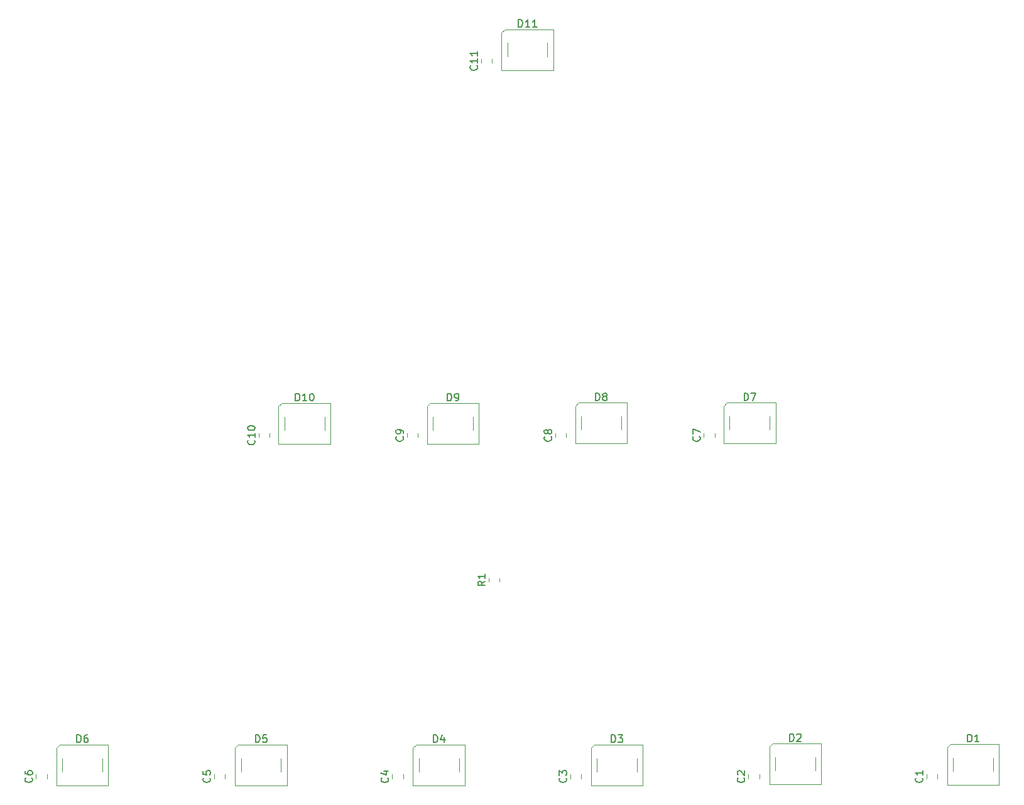
<source format=gbr>
%TF.GenerationSoftware,KiCad,Pcbnew,9.0.6*%
%TF.CreationDate,2025-11-19T18:33:24-08:00*%
%TF.ProjectId,pyramid_clock,70797261-6d69-4645-9f63-6c6f636b2e6b,rev?*%
%TF.SameCoordinates,Original*%
%TF.FileFunction,Legend,Top*%
%TF.FilePolarity,Positive*%
%FSLAX46Y46*%
G04 Gerber Fmt 4.6, Leading zero omitted, Abs format (unit mm)*
G04 Created by KiCad (PCBNEW 9.0.6) date 2025-11-19 18:33:24*
%MOMM*%
%LPD*%
G01*
G04 APERTURE LIST*
%ADD10C,0.150000*%
%ADD11C,0.120000*%
G04 APERTURE END LIST*
D10*
X160193024Y-81310524D02*
X160193024Y-80310524D01*
X160193024Y-80310524D02*
X160431119Y-80310524D01*
X160431119Y-80310524D02*
X160573976Y-80358143D01*
X160573976Y-80358143D02*
X160669214Y-80453381D01*
X160669214Y-80453381D02*
X160716833Y-80548619D01*
X160716833Y-80548619D02*
X160764452Y-80739095D01*
X160764452Y-80739095D02*
X160764452Y-80881952D01*
X160764452Y-80881952D02*
X160716833Y-81072428D01*
X160716833Y-81072428D02*
X160669214Y-81167666D01*
X160669214Y-81167666D02*
X160573976Y-81262905D01*
X160573976Y-81262905D02*
X160431119Y-81310524D01*
X160431119Y-81310524D02*
X160193024Y-81310524D01*
X161335881Y-80739095D02*
X161240643Y-80691476D01*
X161240643Y-80691476D02*
X161193024Y-80643857D01*
X161193024Y-80643857D02*
X161145405Y-80548619D01*
X161145405Y-80548619D02*
X161145405Y-80501000D01*
X161145405Y-80501000D02*
X161193024Y-80405762D01*
X161193024Y-80405762D02*
X161240643Y-80358143D01*
X161240643Y-80358143D02*
X161335881Y-80310524D01*
X161335881Y-80310524D02*
X161526357Y-80310524D01*
X161526357Y-80310524D02*
X161621595Y-80358143D01*
X161621595Y-80358143D02*
X161669214Y-80405762D01*
X161669214Y-80405762D02*
X161716833Y-80501000D01*
X161716833Y-80501000D02*
X161716833Y-80548619D01*
X161716833Y-80548619D02*
X161669214Y-80643857D01*
X161669214Y-80643857D02*
X161621595Y-80691476D01*
X161621595Y-80691476D02*
X161526357Y-80739095D01*
X161526357Y-80739095D02*
X161335881Y-80739095D01*
X161335881Y-80739095D02*
X161240643Y-80786714D01*
X161240643Y-80786714D02*
X161193024Y-80834333D01*
X161193024Y-80834333D02*
X161145405Y-80929571D01*
X161145405Y-80929571D02*
X161145405Y-81120047D01*
X161145405Y-81120047D02*
X161193024Y-81215285D01*
X161193024Y-81215285D02*
X161240643Y-81262905D01*
X161240643Y-81262905D02*
X161335881Y-81310524D01*
X161335881Y-81310524D02*
X161526357Y-81310524D01*
X161526357Y-81310524D02*
X161621595Y-81262905D01*
X161621595Y-81262905D02*
X161669214Y-81215285D01*
X161669214Y-81215285D02*
X161716833Y-81120047D01*
X161716833Y-81120047D02*
X161716833Y-80929571D01*
X161716833Y-80929571D02*
X161669214Y-80834333D01*
X161669214Y-80834333D02*
X161621595Y-80786714D01*
X161621595Y-80786714D02*
X161526357Y-80739095D01*
X138330569Y-127405808D02*
X138330569Y-126405808D01*
X138330569Y-126405808D02*
X138568664Y-126405808D01*
X138568664Y-126405808D02*
X138711521Y-126453427D01*
X138711521Y-126453427D02*
X138806759Y-126548665D01*
X138806759Y-126548665D02*
X138854378Y-126643903D01*
X138854378Y-126643903D02*
X138901997Y-126834379D01*
X138901997Y-126834379D02*
X138901997Y-126977236D01*
X138901997Y-126977236D02*
X138854378Y-127167712D01*
X138854378Y-127167712D02*
X138806759Y-127262950D01*
X138806759Y-127262950D02*
X138711521Y-127358189D01*
X138711521Y-127358189D02*
X138568664Y-127405808D01*
X138568664Y-127405808D02*
X138330569Y-127405808D01*
X139759140Y-126739141D02*
X139759140Y-127405808D01*
X139521045Y-126358189D02*
X139282950Y-127072474D01*
X139282950Y-127072474D02*
X139901997Y-127072474D01*
X84179581Y-132166666D02*
X84227201Y-132214285D01*
X84227201Y-132214285D02*
X84274820Y-132357142D01*
X84274820Y-132357142D02*
X84274820Y-132452380D01*
X84274820Y-132452380D02*
X84227201Y-132595237D01*
X84227201Y-132595237D02*
X84131962Y-132690475D01*
X84131962Y-132690475D02*
X84036724Y-132738094D01*
X84036724Y-132738094D02*
X83846248Y-132785713D01*
X83846248Y-132785713D02*
X83703391Y-132785713D01*
X83703391Y-132785713D02*
X83512915Y-132738094D01*
X83512915Y-132738094D02*
X83417677Y-132690475D01*
X83417677Y-132690475D02*
X83322439Y-132595237D01*
X83322439Y-132595237D02*
X83274820Y-132452380D01*
X83274820Y-132452380D02*
X83274820Y-132357142D01*
X83274820Y-132357142D02*
X83322439Y-132214285D01*
X83322439Y-132214285D02*
X83370058Y-132166666D01*
X83274820Y-131309523D02*
X83274820Y-131499999D01*
X83274820Y-131499999D02*
X83322439Y-131595237D01*
X83322439Y-131595237D02*
X83370058Y-131642856D01*
X83370058Y-131642856D02*
X83512915Y-131738094D01*
X83512915Y-131738094D02*
X83703391Y-131785713D01*
X83703391Y-131785713D02*
X84084343Y-131785713D01*
X84084343Y-131785713D02*
X84179581Y-131738094D01*
X84179581Y-131738094D02*
X84227201Y-131690475D01*
X84227201Y-131690475D02*
X84274820Y-131595237D01*
X84274820Y-131595237D02*
X84274820Y-131404761D01*
X84274820Y-131404761D02*
X84227201Y-131309523D01*
X84227201Y-131309523D02*
X84179581Y-131261904D01*
X84179581Y-131261904D02*
X84084343Y-131214285D01*
X84084343Y-131214285D02*
X83846248Y-131214285D01*
X83846248Y-131214285D02*
X83751010Y-131261904D01*
X83751010Y-131261904D02*
X83703391Y-131309523D01*
X83703391Y-131309523D02*
X83655772Y-131404761D01*
X83655772Y-131404761D02*
X83655772Y-131595237D01*
X83655772Y-131595237D02*
X83703391Y-131690475D01*
X83703391Y-131690475D02*
X83751010Y-131738094D01*
X83751010Y-131738094D02*
X83846248Y-131785713D01*
X132179581Y-132166666D02*
X132227201Y-132214285D01*
X132227201Y-132214285D02*
X132274820Y-132357142D01*
X132274820Y-132357142D02*
X132274820Y-132452380D01*
X132274820Y-132452380D02*
X132227201Y-132595237D01*
X132227201Y-132595237D02*
X132131962Y-132690475D01*
X132131962Y-132690475D02*
X132036724Y-132738094D01*
X132036724Y-132738094D02*
X131846248Y-132785713D01*
X131846248Y-132785713D02*
X131703391Y-132785713D01*
X131703391Y-132785713D02*
X131512915Y-132738094D01*
X131512915Y-132738094D02*
X131417677Y-132690475D01*
X131417677Y-132690475D02*
X131322439Y-132595237D01*
X131322439Y-132595237D02*
X131274820Y-132452380D01*
X131274820Y-132452380D02*
X131274820Y-132357142D01*
X131274820Y-132357142D02*
X131322439Y-132214285D01*
X131322439Y-132214285D02*
X131370058Y-132166666D01*
X131608153Y-131309523D02*
X132274820Y-131309523D01*
X131227201Y-131547618D02*
X131941486Y-131785713D01*
X131941486Y-131785713D02*
X131941486Y-131166666D01*
X114355152Y-127405808D02*
X114355152Y-126405808D01*
X114355152Y-126405808D02*
X114593247Y-126405808D01*
X114593247Y-126405808D02*
X114736104Y-126453427D01*
X114736104Y-126453427D02*
X114831342Y-126548665D01*
X114831342Y-126548665D02*
X114878961Y-126643903D01*
X114878961Y-126643903D02*
X114926580Y-126834379D01*
X114926580Y-126834379D02*
X114926580Y-126977236D01*
X114926580Y-126977236D02*
X114878961Y-127167712D01*
X114878961Y-127167712D02*
X114831342Y-127262950D01*
X114831342Y-127262950D02*
X114736104Y-127358189D01*
X114736104Y-127358189D02*
X114593247Y-127405808D01*
X114593247Y-127405808D02*
X114355152Y-127405808D01*
X115831342Y-126405808D02*
X115355152Y-126405808D01*
X115355152Y-126405808D02*
X115307533Y-126881998D01*
X115307533Y-126881998D02*
X115355152Y-126834379D01*
X115355152Y-126834379D02*
X115450390Y-126786760D01*
X115450390Y-126786760D02*
X115688485Y-126786760D01*
X115688485Y-126786760D02*
X115783723Y-126834379D01*
X115783723Y-126834379D02*
X115831342Y-126881998D01*
X115831342Y-126881998D02*
X115878961Y-126977236D01*
X115878961Y-126977236D02*
X115878961Y-127215331D01*
X115878961Y-127215331D02*
X115831342Y-127310569D01*
X115831342Y-127310569D02*
X115783723Y-127358189D01*
X115783723Y-127358189D02*
X115688485Y-127405808D01*
X115688485Y-127405808D02*
X115450390Y-127405808D01*
X115450390Y-127405808D02*
X115355152Y-127358189D01*
X115355152Y-127358189D02*
X115307533Y-127310569D01*
X119735714Y-81354819D02*
X119735714Y-80354819D01*
X119735714Y-80354819D02*
X119973809Y-80354819D01*
X119973809Y-80354819D02*
X120116666Y-80402438D01*
X120116666Y-80402438D02*
X120211904Y-80497676D01*
X120211904Y-80497676D02*
X120259523Y-80592914D01*
X120259523Y-80592914D02*
X120307142Y-80783390D01*
X120307142Y-80783390D02*
X120307142Y-80926247D01*
X120307142Y-80926247D02*
X120259523Y-81116723D01*
X120259523Y-81116723D02*
X120211904Y-81211961D01*
X120211904Y-81211961D02*
X120116666Y-81307200D01*
X120116666Y-81307200D02*
X119973809Y-81354819D01*
X119973809Y-81354819D02*
X119735714Y-81354819D01*
X121259523Y-81354819D02*
X120688095Y-81354819D01*
X120973809Y-81354819D02*
X120973809Y-80354819D01*
X120973809Y-80354819D02*
X120878571Y-80497676D01*
X120878571Y-80497676D02*
X120783333Y-80592914D01*
X120783333Y-80592914D02*
X120688095Y-80640533D01*
X121878571Y-80354819D02*
X121973809Y-80354819D01*
X121973809Y-80354819D02*
X122069047Y-80402438D01*
X122069047Y-80402438D02*
X122116666Y-80450057D01*
X122116666Y-80450057D02*
X122164285Y-80545295D01*
X122164285Y-80545295D02*
X122211904Y-80735771D01*
X122211904Y-80735771D02*
X122211904Y-80973866D01*
X122211904Y-80973866D02*
X122164285Y-81164342D01*
X122164285Y-81164342D02*
X122116666Y-81259580D01*
X122116666Y-81259580D02*
X122069047Y-81307200D01*
X122069047Y-81307200D02*
X121973809Y-81354819D01*
X121973809Y-81354819D02*
X121878571Y-81354819D01*
X121878571Y-81354819D02*
X121783333Y-81307200D01*
X121783333Y-81307200D02*
X121735714Y-81259580D01*
X121735714Y-81259580D02*
X121688095Y-81164342D01*
X121688095Y-81164342D02*
X121640476Y-80973866D01*
X121640476Y-80973866D02*
X121640476Y-80735771D01*
X121640476Y-80735771D02*
X121688095Y-80545295D01*
X121688095Y-80545295D02*
X121735714Y-80450057D01*
X121735714Y-80450057D02*
X121783333Y-80402438D01*
X121783333Y-80402438D02*
X121878571Y-80354819D01*
X144179581Y-36142857D02*
X144227201Y-36190476D01*
X144227201Y-36190476D02*
X144274820Y-36333333D01*
X144274820Y-36333333D02*
X144274820Y-36428571D01*
X144274820Y-36428571D02*
X144227201Y-36571428D01*
X144227201Y-36571428D02*
X144131962Y-36666666D01*
X144131962Y-36666666D02*
X144036724Y-36714285D01*
X144036724Y-36714285D02*
X143846248Y-36761904D01*
X143846248Y-36761904D02*
X143703391Y-36761904D01*
X143703391Y-36761904D02*
X143512915Y-36714285D01*
X143512915Y-36714285D02*
X143417677Y-36666666D01*
X143417677Y-36666666D02*
X143322439Y-36571428D01*
X143322439Y-36571428D02*
X143274820Y-36428571D01*
X143274820Y-36428571D02*
X143274820Y-36333333D01*
X143274820Y-36333333D02*
X143322439Y-36190476D01*
X143322439Y-36190476D02*
X143370058Y-36142857D01*
X144274820Y-35190476D02*
X144274820Y-35761904D01*
X144274820Y-35476190D02*
X143274820Y-35476190D01*
X143274820Y-35476190D02*
X143417677Y-35571428D01*
X143417677Y-35571428D02*
X143512915Y-35666666D01*
X143512915Y-35666666D02*
X143560534Y-35761904D01*
X144274820Y-34238095D02*
X144274820Y-34809523D01*
X144274820Y-34523809D02*
X143274820Y-34523809D01*
X143274820Y-34523809D02*
X143417677Y-34619047D01*
X143417677Y-34619047D02*
X143512915Y-34714285D01*
X143512915Y-34714285D02*
X143560534Y-34809523D01*
X134179581Y-86166666D02*
X134227201Y-86214285D01*
X134227201Y-86214285D02*
X134274820Y-86357142D01*
X134274820Y-86357142D02*
X134274820Y-86452380D01*
X134274820Y-86452380D02*
X134227201Y-86595237D01*
X134227201Y-86595237D02*
X134131962Y-86690475D01*
X134131962Y-86690475D02*
X134036724Y-86738094D01*
X134036724Y-86738094D02*
X133846248Y-86785713D01*
X133846248Y-86785713D02*
X133703391Y-86785713D01*
X133703391Y-86785713D02*
X133512915Y-86738094D01*
X133512915Y-86738094D02*
X133417677Y-86690475D01*
X133417677Y-86690475D02*
X133322439Y-86595237D01*
X133322439Y-86595237D02*
X133274820Y-86452380D01*
X133274820Y-86452380D02*
X133274820Y-86357142D01*
X133274820Y-86357142D02*
X133322439Y-86214285D01*
X133322439Y-86214285D02*
X133370058Y-86166666D01*
X134274820Y-85690475D02*
X134274820Y-85499999D01*
X134274820Y-85499999D02*
X134227201Y-85404761D01*
X134227201Y-85404761D02*
X134179581Y-85357142D01*
X134179581Y-85357142D02*
X134036724Y-85261904D01*
X134036724Y-85261904D02*
X133846248Y-85214285D01*
X133846248Y-85214285D02*
X133465296Y-85214285D01*
X133465296Y-85214285D02*
X133370058Y-85261904D01*
X133370058Y-85261904D02*
X133322439Y-85309523D01*
X133322439Y-85309523D02*
X133274820Y-85404761D01*
X133274820Y-85404761D02*
X133274820Y-85595237D01*
X133274820Y-85595237D02*
X133322439Y-85690475D01*
X133322439Y-85690475D02*
X133370058Y-85738094D01*
X133370058Y-85738094D02*
X133465296Y-85785713D01*
X133465296Y-85785713D02*
X133703391Y-85785713D01*
X133703391Y-85785713D02*
X133798629Y-85738094D01*
X133798629Y-85738094D02*
X133846248Y-85690475D01*
X133846248Y-85690475D02*
X133893867Y-85595237D01*
X133893867Y-85595237D02*
X133893867Y-85404761D01*
X133893867Y-85404761D02*
X133846248Y-85309523D01*
X133846248Y-85309523D02*
X133798629Y-85261904D01*
X133798629Y-85261904D02*
X133703391Y-85214285D01*
X114179581Y-86642857D02*
X114227201Y-86690476D01*
X114227201Y-86690476D02*
X114274820Y-86833333D01*
X114274820Y-86833333D02*
X114274820Y-86928571D01*
X114274820Y-86928571D02*
X114227201Y-87071428D01*
X114227201Y-87071428D02*
X114131962Y-87166666D01*
X114131962Y-87166666D02*
X114036724Y-87214285D01*
X114036724Y-87214285D02*
X113846248Y-87261904D01*
X113846248Y-87261904D02*
X113703391Y-87261904D01*
X113703391Y-87261904D02*
X113512915Y-87214285D01*
X113512915Y-87214285D02*
X113417677Y-87166666D01*
X113417677Y-87166666D02*
X113322439Y-87071428D01*
X113322439Y-87071428D02*
X113274820Y-86928571D01*
X113274820Y-86928571D02*
X113274820Y-86833333D01*
X113274820Y-86833333D02*
X113322439Y-86690476D01*
X113322439Y-86690476D02*
X113370058Y-86642857D01*
X114274820Y-85690476D02*
X114274820Y-86261904D01*
X114274820Y-85976190D02*
X113274820Y-85976190D01*
X113274820Y-85976190D02*
X113417677Y-86071428D01*
X113417677Y-86071428D02*
X113512915Y-86166666D01*
X113512915Y-86166666D02*
X113560534Y-86261904D01*
X113274820Y-85071428D02*
X113274820Y-84976190D01*
X113274820Y-84976190D02*
X113322439Y-84880952D01*
X113322439Y-84880952D02*
X113370058Y-84833333D01*
X113370058Y-84833333D02*
X113465296Y-84785714D01*
X113465296Y-84785714D02*
X113655772Y-84738095D01*
X113655772Y-84738095D02*
X113893867Y-84738095D01*
X113893867Y-84738095D02*
X114084343Y-84785714D01*
X114084343Y-84785714D02*
X114179581Y-84833333D01*
X114179581Y-84833333D02*
X114227201Y-84880952D01*
X114227201Y-84880952D02*
X114274820Y-84976190D01*
X114274820Y-84976190D02*
X114274820Y-85071428D01*
X114274820Y-85071428D02*
X114227201Y-85166666D01*
X114227201Y-85166666D02*
X114179581Y-85214285D01*
X114179581Y-85214285D02*
X114084343Y-85261904D01*
X114084343Y-85261904D02*
X113893867Y-85309523D01*
X113893867Y-85309523D02*
X113655772Y-85309523D01*
X113655772Y-85309523D02*
X113465296Y-85261904D01*
X113465296Y-85261904D02*
X113370058Y-85214285D01*
X113370058Y-85214285D02*
X113322439Y-85166666D01*
X113322439Y-85166666D02*
X113274820Y-85071428D01*
X156179581Y-132166666D02*
X156227201Y-132214285D01*
X156227201Y-132214285D02*
X156274820Y-132357142D01*
X156274820Y-132357142D02*
X156274820Y-132452380D01*
X156274820Y-132452380D02*
X156227201Y-132595237D01*
X156227201Y-132595237D02*
X156131962Y-132690475D01*
X156131962Y-132690475D02*
X156036724Y-132738094D01*
X156036724Y-132738094D02*
X155846248Y-132785713D01*
X155846248Y-132785713D02*
X155703391Y-132785713D01*
X155703391Y-132785713D02*
X155512915Y-132738094D01*
X155512915Y-132738094D02*
X155417677Y-132690475D01*
X155417677Y-132690475D02*
X155322439Y-132595237D01*
X155322439Y-132595237D02*
X155274820Y-132452380D01*
X155274820Y-132452380D02*
X155274820Y-132357142D01*
X155274820Y-132357142D02*
X155322439Y-132214285D01*
X155322439Y-132214285D02*
X155370058Y-132166666D01*
X155274820Y-131833332D02*
X155274820Y-131214285D01*
X155274820Y-131214285D02*
X155655772Y-131547618D01*
X155655772Y-131547618D02*
X155655772Y-131404761D01*
X155655772Y-131404761D02*
X155703391Y-131309523D01*
X155703391Y-131309523D02*
X155751010Y-131261904D01*
X155751010Y-131261904D02*
X155846248Y-131214285D01*
X155846248Y-131214285D02*
X156084343Y-131214285D01*
X156084343Y-131214285D02*
X156179581Y-131261904D01*
X156179581Y-131261904D02*
X156227201Y-131309523D01*
X156227201Y-131309523D02*
X156274820Y-131404761D01*
X156274820Y-131404761D02*
X156274820Y-131690475D01*
X156274820Y-131690475D02*
X156227201Y-131785713D01*
X156227201Y-131785713D02*
X156179581Y-131833332D01*
X162305987Y-127405808D02*
X162305987Y-126405808D01*
X162305987Y-126405808D02*
X162544082Y-126405808D01*
X162544082Y-126405808D02*
X162686939Y-126453427D01*
X162686939Y-126453427D02*
X162782177Y-126548665D01*
X162782177Y-126548665D02*
X162829796Y-126643903D01*
X162829796Y-126643903D02*
X162877415Y-126834379D01*
X162877415Y-126834379D02*
X162877415Y-126977236D01*
X162877415Y-126977236D02*
X162829796Y-127167712D01*
X162829796Y-127167712D02*
X162782177Y-127262950D01*
X162782177Y-127262950D02*
X162686939Y-127358189D01*
X162686939Y-127358189D02*
X162544082Y-127405808D01*
X162544082Y-127405808D02*
X162305987Y-127405808D01*
X163210749Y-126405808D02*
X163829796Y-126405808D01*
X163829796Y-126405808D02*
X163496463Y-126786760D01*
X163496463Y-126786760D02*
X163639320Y-126786760D01*
X163639320Y-126786760D02*
X163734558Y-126834379D01*
X163734558Y-126834379D02*
X163782177Y-126881998D01*
X163782177Y-126881998D02*
X163829796Y-126977236D01*
X163829796Y-126977236D02*
X163829796Y-127215331D01*
X163829796Y-127215331D02*
X163782177Y-127310569D01*
X163782177Y-127310569D02*
X163734558Y-127358189D01*
X163734558Y-127358189D02*
X163639320Y-127405808D01*
X163639320Y-127405808D02*
X163353606Y-127405808D01*
X163353606Y-127405808D02*
X163258368Y-127358189D01*
X163258368Y-127358189D02*
X163210749Y-127310569D01*
X180179581Y-132166666D02*
X180227201Y-132214285D01*
X180227201Y-132214285D02*
X180274820Y-132357142D01*
X180274820Y-132357142D02*
X180274820Y-132452380D01*
X180274820Y-132452380D02*
X180227201Y-132595237D01*
X180227201Y-132595237D02*
X180131962Y-132690475D01*
X180131962Y-132690475D02*
X180036724Y-132738094D01*
X180036724Y-132738094D02*
X179846248Y-132785713D01*
X179846248Y-132785713D02*
X179703391Y-132785713D01*
X179703391Y-132785713D02*
X179512915Y-132738094D01*
X179512915Y-132738094D02*
X179417677Y-132690475D01*
X179417677Y-132690475D02*
X179322439Y-132595237D01*
X179322439Y-132595237D02*
X179274820Y-132452380D01*
X179274820Y-132452380D02*
X179274820Y-132357142D01*
X179274820Y-132357142D02*
X179322439Y-132214285D01*
X179322439Y-132214285D02*
X179370058Y-132166666D01*
X179370058Y-131785713D02*
X179322439Y-131738094D01*
X179322439Y-131738094D02*
X179274820Y-131642856D01*
X179274820Y-131642856D02*
X179274820Y-131404761D01*
X179274820Y-131404761D02*
X179322439Y-131309523D01*
X179322439Y-131309523D02*
X179370058Y-131261904D01*
X179370058Y-131261904D02*
X179465296Y-131214285D01*
X179465296Y-131214285D02*
X179560534Y-131214285D01*
X179560534Y-131214285D02*
X179703391Y-131261904D01*
X179703391Y-131261904D02*
X180274820Y-131833332D01*
X180274820Y-131833332D02*
X180274820Y-131214285D01*
X149785714Y-30954819D02*
X149785714Y-29954819D01*
X149785714Y-29954819D02*
X150023809Y-29954819D01*
X150023809Y-29954819D02*
X150166666Y-30002438D01*
X150166666Y-30002438D02*
X150261904Y-30097676D01*
X150261904Y-30097676D02*
X150309523Y-30192914D01*
X150309523Y-30192914D02*
X150357142Y-30383390D01*
X150357142Y-30383390D02*
X150357142Y-30526247D01*
X150357142Y-30526247D02*
X150309523Y-30716723D01*
X150309523Y-30716723D02*
X150261904Y-30811961D01*
X150261904Y-30811961D02*
X150166666Y-30907200D01*
X150166666Y-30907200D02*
X150023809Y-30954819D01*
X150023809Y-30954819D02*
X149785714Y-30954819D01*
X151309523Y-30954819D02*
X150738095Y-30954819D01*
X151023809Y-30954819D02*
X151023809Y-29954819D01*
X151023809Y-29954819D02*
X150928571Y-30097676D01*
X150928571Y-30097676D02*
X150833333Y-30192914D01*
X150833333Y-30192914D02*
X150738095Y-30240533D01*
X152261904Y-30954819D02*
X151690476Y-30954819D01*
X151976190Y-30954819D02*
X151976190Y-29954819D01*
X151976190Y-29954819D02*
X151880952Y-30097676D01*
X151880952Y-30097676D02*
X151785714Y-30192914D01*
X151785714Y-30192914D02*
X151690476Y-30240533D01*
X204179581Y-132166666D02*
X204227201Y-132214285D01*
X204227201Y-132214285D02*
X204274820Y-132357142D01*
X204274820Y-132357142D02*
X204274820Y-132452380D01*
X204274820Y-132452380D02*
X204227201Y-132595237D01*
X204227201Y-132595237D02*
X204131962Y-132690475D01*
X204131962Y-132690475D02*
X204036724Y-132738094D01*
X204036724Y-132738094D02*
X203846248Y-132785713D01*
X203846248Y-132785713D02*
X203703391Y-132785713D01*
X203703391Y-132785713D02*
X203512915Y-132738094D01*
X203512915Y-132738094D02*
X203417677Y-132690475D01*
X203417677Y-132690475D02*
X203322439Y-132595237D01*
X203322439Y-132595237D02*
X203274820Y-132452380D01*
X203274820Y-132452380D02*
X203274820Y-132357142D01*
X203274820Y-132357142D02*
X203322439Y-132214285D01*
X203322439Y-132214285D02*
X203370058Y-132166666D01*
X204274820Y-131214285D02*
X204274820Y-131785713D01*
X204274820Y-131499999D02*
X203274820Y-131499999D01*
X203274820Y-131499999D02*
X203417677Y-131595237D01*
X203417677Y-131595237D02*
X203512915Y-131690475D01*
X203512915Y-131690475D02*
X203560534Y-131785713D01*
X210328391Y-127334240D02*
X210328391Y-126334240D01*
X210328391Y-126334240D02*
X210566486Y-126334240D01*
X210566486Y-126334240D02*
X210709343Y-126381859D01*
X210709343Y-126381859D02*
X210804581Y-126477097D01*
X210804581Y-126477097D02*
X210852200Y-126572335D01*
X210852200Y-126572335D02*
X210899819Y-126762811D01*
X210899819Y-126762811D02*
X210899819Y-126905668D01*
X210899819Y-126905668D02*
X210852200Y-127096144D01*
X210852200Y-127096144D02*
X210804581Y-127191382D01*
X210804581Y-127191382D02*
X210709343Y-127286621D01*
X210709343Y-127286621D02*
X210566486Y-127334240D01*
X210566486Y-127334240D02*
X210328391Y-127334240D01*
X211852200Y-127334240D02*
X211280772Y-127334240D01*
X211566486Y-127334240D02*
X211566486Y-126334240D01*
X211566486Y-126334240D02*
X211471248Y-126477097D01*
X211471248Y-126477097D02*
X211376010Y-126572335D01*
X211376010Y-126572335D02*
X211280772Y-126619954D01*
X174179581Y-86166666D02*
X174227201Y-86214285D01*
X174227201Y-86214285D02*
X174274820Y-86357142D01*
X174274820Y-86357142D02*
X174274820Y-86452380D01*
X174274820Y-86452380D02*
X174227201Y-86595237D01*
X174227201Y-86595237D02*
X174131962Y-86690475D01*
X174131962Y-86690475D02*
X174036724Y-86738094D01*
X174036724Y-86738094D02*
X173846248Y-86785713D01*
X173846248Y-86785713D02*
X173703391Y-86785713D01*
X173703391Y-86785713D02*
X173512915Y-86738094D01*
X173512915Y-86738094D02*
X173417677Y-86690475D01*
X173417677Y-86690475D02*
X173322439Y-86595237D01*
X173322439Y-86595237D02*
X173274820Y-86452380D01*
X173274820Y-86452380D02*
X173274820Y-86357142D01*
X173274820Y-86357142D02*
X173322439Y-86214285D01*
X173322439Y-86214285D02*
X173370058Y-86166666D01*
X173274820Y-85833332D02*
X173274820Y-85166666D01*
X173274820Y-85166666D02*
X174274820Y-85595237D01*
X154179581Y-86166666D02*
X154227201Y-86214285D01*
X154227201Y-86214285D02*
X154274820Y-86357142D01*
X154274820Y-86357142D02*
X154274820Y-86452380D01*
X154274820Y-86452380D02*
X154227201Y-86595237D01*
X154227201Y-86595237D02*
X154131962Y-86690475D01*
X154131962Y-86690475D02*
X154036724Y-86738094D01*
X154036724Y-86738094D02*
X153846248Y-86785713D01*
X153846248Y-86785713D02*
X153703391Y-86785713D01*
X153703391Y-86785713D02*
X153512915Y-86738094D01*
X153512915Y-86738094D02*
X153417677Y-86690475D01*
X153417677Y-86690475D02*
X153322439Y-86595237D01*
X153322439Y-86595237D02*
X153274820Y-86452380D01*
X153274820Y-86452380D02*
X153274820Y-86357142D01*
X153274820Y-86357142D02*
X153322439Y-86214285D01*
X153322439Y-86214285D02*
X153370058Y-86166666D01*
X153703391Y-85595237D02*
X153655772Y-85690475D01*
X153655772Y-85690475D02*
X153608153Y-85738094D01*
X153608153Y-85738094D02*
X153512915Y-85785713D01*
X153512915Y-85785713D02*
X153465296Y-85785713D01*
X153465296Y-85785713D02*
X153370058Y-85738094D01*
X153370058Y-85738094D02*
X153322439Y-85690475D01*
X153322439Y-85690475D02*
X153274820Y-85595237D01*
X153274820Y-85595237D02*
X153274820Y-85404761D01*
X153274820Y-85404761D02*
X153322439Y-85309523D01*
X153322439Y-85309523D02*
X153370058Y-85261904D01*
X153370058Y-85261904D02*
X153465296Y-85214285D01*
X153465296Y-85214285D02*
X153512915Y-85214285D01*
X153512915Y-85214285D02*
X153608153Y-85261904D01*
X153608153Y-85261904D02*
X153655772Y-85309523D01*
X153655772Y-85309523D02*
X153703391Y-85404761D01*
X153703391Y-85404761D02*
X153703391Y-85595237D01*
X153703391Y-85595237D02*
X153751010Y-85690475D01*
X153751010Y-85690475D02*
X153798629Y-85738094D01*
X153798629Y-85738094D02*
X153893867Y-85785713D01*
X153893867Y-85785713D02*
X154084343Y-85785713D01*
X154084343Y-85785713D02*
X154179581Y-85738094D01*
X154179581Y-85738094D02*
X154227201Y-85690475D01*
X154227201Y-85690475D02*
X154274820Y-85595237D01*
X154274820Y-85595237D02*
X154274820Y-85404761D01*
X154274820Y-85404761D02*
X154227201Y-85309523D01*
X154227201Y-85309523D02*
X154179581Y-85261904D01*
X154179581Y-85261904D02*
X154084343Y-85214285D01*
X154084343Y-85214285D02*
X153893867Y-85214285D01*
X153893867Y-85214285D02*
X153798629Y-85261904D01*
X153798629Y-85261904D02*
X153751010Y-85309523D01*
X153751010Y-85309523D02*
X153703391Y-85404761D01*
X145304819Y-105666666D02*
X144828628Y-105999999D01*
X145304819Y-106238094D02*
X144304819Y-106238094D01*
X144304819Y-106238094D02*
X144304819Y-105857142D01*
X144304819Y-105857142D02*
X144352438Y-105761904D01*
X144352438Y-105761904D02*
X144400057Y-105714285D01*
X144400057Y-105714285D02*
X144495295Y-105666666D01*
X144495295Y-105666666D02*
X144638152Y-105666666D01*
X144638152Y-105666666D02*
X144733390Y-105714285D01*
X144733390Y-105714285D02*
X144781009Y-105761904D01*
X144781009Y-105761904D02*
X144828628Y-105857142D01*
X144828628Y-105857142D02*
X144828628Y-106238094D01*
X145304819Y-104714285D02*
X145304819Y-105285713D01*
X145304819Y-104999999D02*
X144304819Y-104999999D01*
X144304819Y-104999999D02*
X144447676Y-105095237D01*
X144447676Y-105095237D02*
X144542914Y-105190475D01*
X144542914Y-105190475D02*
X144590533Y-105285713D01*
X108179581Y-132166666D02*
X108227201Y-132214285D01*
X108227201Y-132214285D02*
X108274820Y-132357142D01*
X108274820Y-132357142D02*
X108274820Y-132452380D01*
X108274820Y-132452380D02*
X108227201Y-132595237D01*
X108227201Y-132595237D02*
X108131962Y-132690475D01*
X108131962Y-132690475D02*
X108036724Y-132738094D01*
X108036724Y-132738094D02*
X107846248Y-132785713D01*
X107846248Y-132785713D02*
X107703391Y-132785713D01*
X107703391Y-132785713D02*
X107512915Y-132738094D01*
X107512915Y-132738094D02*
X107417677Y-132690475D01*
X107417677Y-132690475D02*
X107322439Y-132595237D01*
X107322439Y-132595237D02*
X107274820Y-132452380D01*
X107274820Y-132452380D02*
X107274820Y-132357142D01*
X107274820Y-132357142D02*
X107322439Y-132214285D01*
X107322439Y-132214285D02*
X107370058Y-132166666D01*
X107274820Y-131261904D02*
X107274820Y-131738094D01*
X107274820Y-131738094D02*
X107751010Y-131785713D01*
X107751010Y-131785713D02*
X107703391Y-131738094D01*
X107703391Y-131738094D02*
X107655772Y-131642856D01*
X107655772Y-131642856D02*
X107655772Y-131404761D01*
X107655772Y-131404761D02*
X107703391Y-131309523D01*
X107703391Y-131309523D02*
X107751010Y-131261904D01*
X107751010Y-131261904D02*
X107846248Y-131214285D01*
X107846248Y-131214285D02*
X108084343Y-131214285D01*
X108084343Y-131214285D02*
X108179581Y-131261904D01*
X108179581Y-131261904D02*
X108227201Y-131309523D01*
X108227201Y-131309523D02*
X108274820Y-131404761D01*
X108274820Y-131404761D02*
X108274820Y-131642856D01*
X108274820Y-131642856D02*
X108227201Y-131738094D01*
X108227201Y-131738094D02*
X108179581Y-131785713D01*
X180215021Y-81310524D02*
X180215021Y-80310524D01*
X180215021Y-80310524D02*
X180453116Y-80310524D01*
X180453116Y-80310524D02*
X180595973Y-80358143D01*
X180595973Y-80358143D02*
X180691211Y-80453381D01*
X180691211Y-80453381D02*
X180738830Y-80548619D01*
X180738830Y-80548619D02*
X180786449Y-80739095D01*
X180786449Y-80739095D02*
X180786449Y-80881952D01*
X180786449Y-80881952D02*
X180738830Y-81072428D01*
X180738830Y-81072428D02*
X180691211Y-81167666D01*
X180691211Y-81167666D02*
X180595973Y-81262905D01*
X180595973Y-81262905D02*
X180453116Y-81310524D01*
X180453116Y-81310524D02*
X180215021Y-81310524D01*
X181119783Y-80310524D02*
X181786449Y-80310524D01*
X181786449Y-80310524D02*
X181357878Y-81310524D01*
X186352973Y-127262672D02*
X186352973Y-126262672D01*
X186352973Y-126262672D02*
X186591068Y-126262672D01*
X186591068Y-126262672D02*
X186733925Y-126310291D01*
X186733925Y-126310291D02*
X186829163Y-126405529D01*
X186829163Y-126405529D02*
X186876782Y-126500767D01*
X186876782Y-126500767D02*
X186924401Y-126691243D01*
X186924401Y-126691243D02*
X186924401Y-126834100D01*
X186924401Y-126834100D02*
X186876782Y-127024576D01*
X186876782Y-127024576D02*
X186829163Y-127119814D01*
X186829163Y-127119814D02*
X186733925Y-127215053D01*
X186733925Y-127215053D02*
X186591068Y-127262672D01*
X186591068Y-127262672D02*
X186352973Y-127262672D01*
X187305354Y-126357910D02*
X187352973Y-126310291D01*
X187352973Y-126310291D02*
X187448211Y-126262672D01*
X187448211Y-126262672D02*
X187686306Y-126262672D01*
X187686306Y-126262672D02*
X187781544Y-126310291D01*
X187781544Y-126310291D02*
X187829163Y-126357910D01*
X187829163Y-126357910D02*
X187876782Y-126453148D01*
X187876782Y-126453148D02*
X187876782Y-126548386D01*
X187876782Y-126548386D02*
X187829163Y-126691243D01*
X187829163Y-126691243D02*
X187257735Y-127262672D01*
X187257735Y-127262672D02*
X187876782Y-127262672D01*
X140217159Y-81356658D02*
X140217159Y-80356658D01*
X140217159Y-80356658D02*
X140455254Y-80356658D01*
X140455254Y-80356658D02*
X140598111Y-80404277D01*
X140598111Y-80404277D02*
X140693349Y-80499515D01*
X140693349Y-80499515D02*
X140740968Y-80594753D01*
X140740968Y-80594753D02*
X140788587Y-80785229D01*
X140788587Y-80785229D02*
X140788587Y-80928086D01*
X140788587Y-80928086D02*
X140740968Y-81118562D01*
X140740968Y-81118562D02*
X140693349Y-81213800D01*
X140693349Y-81213800D02*
X140598111Y-81309039D01*
X140598111Y-81309039D02*
X140455254Y-81356658D01*
X140455254Y-81356658D02*
X140217159Y-81356658D01*
X141264778Y-81356658D02*
X141455254Y-81356658D01*
X141455254Y-81356658D02*
X141550492Y-81309039D01*
X141550492Y-81309039D02*
X141598111Y-81261419D01*
X141598111Y-81261419D02*
X141693349Y-81118562D01*
X141693349Y-81118562D02*
X141740968Y-80928086D01*
X141740968Y-80928086D02*
X141740968Y-80547134D01*
X141740968Y-80547134D02*
X141693349Y-80451896D01*
X141693349Y-80451896D02*
X141645730Y-80404277D01*
X141645730Y-80404277D02*
X141550492Y-80356658D01*
X141550492Y-80356658D02*
X141360016Y-80356658D01*
X141360016Y-80356658D02*
X141264778Y-80404277D01*
X141264778Y-80404277D02*
X141217159Y-80451896D01*
X141217159Y-80451896D02*
X141169540Y-80547134D01*
X141169540Y-80547134D02*
X141169540Y-80785229D01*
X141169540Y-80785229D02*
X141217159Y-80880467D01*
X141217159Y-80880467D02*
X141264778Y-80928086D01*
X141264778Y-80928086D02*
X141360016Y-80975705D01*
X141360016Y-80975705D02*
X141550492Y-80975705D01*
X141550492Y-80975705D02*
X141645730Y-80928086D01*
X141645730Y-80928086D02*
X141693349Y-80880467D01*
X141693349Y-80880467D02*
X141740968Y-80785229D01*
X90274817Y-127405808D02*
X90274817Y-126405808D01*
X90274817Y-126405808D02*
X90512912Y-126405808D01*
X90512912Y-126405808D02*
X90655769Y-126453427D01*
X90655769Y-126453427D02*
X90751007Y-126548665D01*
X90751007Y-126548665D02*
X90798626Y-126643903D01*
X90798626Y-126643903D02*
X90846245Y-126834379D01*
X90846245Y-126834379D02*
X90846245Y-126977236D01*
X90846245Y-126977236D02*
X90798626Y-127167712D01*
X90798626Y-127167712D02*
X90751007Y-127262950D01*
X90751007Y-127262950D02*
X90655769Y-127358189D01*
X90655769Y-127358189D02*
X90512912Y-127405808D01*
X90512912Y-127405808D02*
X90274817Y-127405808D01*
X91703388Y-126405808D02*
X91512912Y-126405808D01*
X91512912Y-126405808D02*
X91417674Y-126453427D01*
X91417674Y-126453427D02*
X91370055Y-126501046D01*
X91370055Y-126501046D02*
X91274817Y-126643903D01*
X91274817Y-126643903D02*
X91227198Y-126834379D01*
X91227198Y-126834379D02*
X91227198Y-127215331D01*
X91227198Y-127215331D02*
X91274817Y-127310569D01*
X91274817Y-127310569D02*
X91322436Y-127358189D01*
X91322436Y-127358189D02*
X91417674Y-127405808D01*
X91417674Y-127405808D02*
X91608150Y-127405808D01*
X91608150Y-127405808D02*
X91703388Y-127358189D01*
X91703388Y-127358189D02*
X91751007Y-127310569D01*
X91751007Y-127310569D02*
X91798626Y-127215331D01*
X91798626Y-127215331D02*
X91798626Y-126977236D01*
X91798626Y-126977236D02*
X91751007Y-126881998D01*
X91751007Y-126881998D02*
X91703388Y-126834379D01*
X91703388Y-126834379D02*
X91608150Y-126786760D01*
X91608150Y-126786760D02*
X91417674Y-126786760D01*
X91417674Y-126786760D02*
X91322436Y-126834379D01*
X91322436Y-126834379D02*
X91274817Y-126881998D01*
X91274817Y-126881998D02*
X91227198Y-126977236D01*
D11*
%TO.C,D8*%
X157431119Y-82055705D02*
X157431119Y-87105705D01*
X157881119Y-81605705D02*
X157431119Y-82055705D01*
X158231119Y-83455705D02*
X158231119Y-85255705D01*
X163631119Y-83455705D02*
X163631119Y-85255705D01*
X164431119Y-81605705D02*
X157881119Y-81605705D01*
X164431119Y-87105705D02*
X157431119Y-87105705D01*
X164431119Y-87105705D02*
X164431119Y-81605705D01*
%TO.C,D4*%
X135568664Y-128150989D02*
X135568664Y-133200989D01*
X136018664Y-127700989D02*
X135568664Y-128150989D01*
X136368664Y-129550989D02*
X136368664Y-131350989D01*
X141768664Y-129550989D02*
X141768664Y-131350989D01*
X142568664Y-127700989D02*
X136018664Y-127700989D01*
X142568664Y-133200989D02*
X135568664Y-133200989D01*
X142568664Y-133200989D02*
X142568664Y-127700989D01*
%TO.C,C6*%
X84765000Y-132261253D02*
X84765000Y-131738747D01*
X86235000Y-132261253D02*
X86235000Y-131738747D01*
%TO.C,C4*%
X132765000Y-132261253D02*
X132765000Y-131738747D01*
X134235000Y-132261253D02*
X134235000Y-131738747D01*
%TO.C,D5*%
X111593247Y-128150989D02*
X111593247Y-133200989D01*
X112043247Y-127700989D02*
X111593247Y-128150989D01*
X112393247Y-129550989D02*
X112393247Y-131350989D01*
X117793247Y-129550989D02*
X117793247Y-131350989D01*
X118593247Y-127700989D02*
X112043247Y-127700989D01*
X118593247Y-133200989D02*
X111593247Y-133200989D01*
X118593247Y-133200989D02*
X118593247Y-127700989D01*
%TO.C,D10*%
X117450000Y-82100000D02*
X117450000Y-87150000D01*
X117900000Y-81650000D02*
X117450000Y-82100000D01*
X118250000Y-83500000D02*
X118250000Y-85300000D01*
X123650000Y-83500000D02*
X123650000Y-85300000D01*
X124450000Y-81650000D02*
X117900000Y-81650000D01*
X124450000Y-87150000D02*
X117450000Y-87150000D01*
X124450000Y-87150000D02*
X124450000Y-81650000D01*
%TO.C,C11*%
X144765000Y-35761253D02*
X144765000Y-35238747D01*
X146235000Y-35761253D02*
X146235000Y-35238747D01*
%TO.C,C9*%
X134765000Y-86261253D02*
X134765000Y-85738747D01*
X136235000Y-86261253D02*
X136235000Y-85738747D01*
%TO.C,C10*%
X114765000Y-86261253D02*
X114765000Y-85738747D01*
X116235000Y-86261253D02*
X116235000Y-85738747D01*
%TO.C,C3*%
X156765000Y-132261253D02*
X156765000Y-131738747D01*
X158235000Y-132261253D02*
X158235000Y-131738747D01*
%TO.C,D3*%
X159544082Y-128150989D02*
X159544082Y-133200989D01*
X159994082Y-127700989D02*
X159544082Y-128150989D01*
X160344082Y-129550989D02*
X160344082Y-131350989D01*
X165744082Y-129550989D02*
X165744082Y-131350989D01*
X166544082Y-127700989D02*
X159994082Y-127700989D01*
X166544082Y-133200989D02*
X159544082Y-133200989D01*
X166544082Y-133200989D02*
X166544082Y-127700989D01*
%TO.C,C2*%
X180765000Y-132261253D02*
X180765000Y-131738747D01*
X182235000Y-132261253D02*
X182235000Y-131738747D01*
%TO.C,D11*%
X147500000Y-31700000D02*
X147500000Y-36750000D01*
X147950000Y-31250000D02*
X147500000Y-31700000D01*
X148300000Y-33100000D02*
X148300000Y-34900000D01*
X153700000Y-33100000D02*
X153700000Y-34900000D01*
X154500000Y-31250000D02*
X147950000Y-31250000D01*
X154500000Y-36750000D02*
X147500000Y-36750000D01*
X154500000Y-36750000D02*
X154500000Y-31250000D01*
%TO.C,C1*%
X204765000Y-132261253D02*
X204765000Y-131738747D01*
X206235000Y-132261253D02*
X206235000Y-131738747D01*
%TO.C,D1*%
X207566486Y-128079421D02*
X207566486Y-133129421D01*
X208016486Y-127629421D02*
X207566486Y-128079421D01*
X208366486Y-129479421D02*
X208366486Y-131279421D01*
X213766486Y-129479421D02*
X213766486Y-131279421D01*
X214566486Y-127629421D02*
X208016486Y-127629421D01*
X214566486Y-133129421D02*
X207566486Y-133129421D01*
X214566486Y-133129421D02*
X214566486Y-127629421D01*
%TO.C,C7*%
X174765000Y-86261253D02*
X174765000Y-85738747D01*
X176235000Y-86261253D02*
X176235000Y-85738747D01*
%TO.C,C8*%
X154765000Y-86261253D02*
X154765000Y-85738747D01*
X156235000Y-86261253D02*
X156235000Y-85738747D01*
%TO.C,R1*%
X145765000Y-105727064D02*
X145765000Y-105272936D01*
X147235000Y-105727064D02*
X147235000Y-105272936D01*
%TO.C,C5*%
X108765000Y-132261253D02*
X108765000Y-131738747D01*
X110235000Y-132261253D02*
X110235000Y-131738747D01*
%TO.C,D7*%
X177453116Y-82055705D02*
X177453116Y-87105705D01*
X177903116Y-81605705D02*
X177453116Y-82055705D01*
X178253116Y-83455705D02*
X178253116Y-85255705D01*
X183653116Y-83455705D02*
X183653116Y-85255705D01*
X184453116Y-81605705D02*
X177903116Y-81605705D01*
X184453116Y-87105705D02*
X177453116Y-87105705D01*
X184453116Y-87105705D02*
X184453116Y-81605705D01*
%TO.C,D2*%
X183591068Y-128007853D02*
X183591068Y-133057853D01*
X184041068Y-127557853D02*
X183591068Y-128007853D01*
X184391068Y-129407853D02*
X184391068Y-131207853D01*
X189791068Y-129407853D02*
X189791068Y-131207853D01*
X190591068Y-127557853D02*
X184041068Y-127557853D01*
X190591068Y-133057853D02*
X183591068Y-133057853D01*
X190591068Y-133057853D02*
X190591068Y-127557853D01*
%TO.C,D9*%
X137455254Y-82101839D02*
X137455254Y-87151839D01*
X137905254Y-81651839D02*
X137455254Y-82101839D01*
X138255254Y-83501839D02*
X138255254Y-85301839D01*
X143655254Y-83501839D02*
X143655254Y-85301839D01*
X144455254Y-81651839D02*
X137905254Y-81651839D01*
X144455254Y-87151839D02*
X137455254Y-87151839D01*
X144455254Y-87151839D02*
X144455254Y-81651839D01*
%TO.C,D6*%
X87512912Y-128150989D02*
X87512912Y-133200989D01*
X87962912Y-127700989D02*
X87512912Y-128150989D01*
X88312912Y-129550989D02*
X88312912Y-131350989D01*
X93712912Y-129550989D02*
X93712912Y-131350989D01*
X94512912Y-127700989D02*
X87962912Y-127700989D01*
X94512912Y-133200989D02*
X87512912Y-133200989D01*
X94512912Y-133200989D02*
X94512912Y-127700989D01*
%TD*%
M02*

</source>
